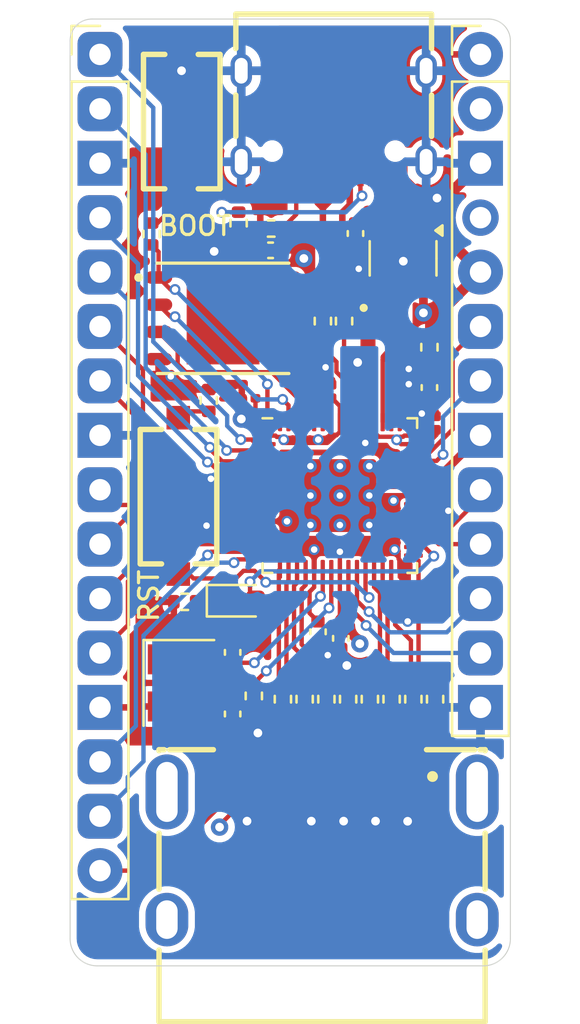
<source format=kicad_pcb>
(kicad_pcb (version 20240108) (generator "pcbnew") (generator_version "8.0")
  (layers (0 "F.Cu" signal) (1 "In1.Cu" signal) (2 "In2.Cu" signal) (31 "B.Cu" signal) (34 "B.Paste" user) (35 "F.Paste" user) (36 "B.SilkS" user "B.Silkscreen") (37 "F.SilkS" user "F.Silkscreen") (38 "B.Mask" user) (39 "F.Mask" user) (44 "Edge.Cuts" user))
  (net 0 "")
  (net 1 "GND")
  (net 2 "+5V")
  (net 3 "+3V3")
  (net 4 "/XIN")
  (net 5 "Net-(C4-Pad1)")
  (net 6 "+1V1")
  (net 7 "/VREG_AVDD")
  (net 8 "Net-(D1-K)")
  (net 9 "Net-(J1-CC2)")
  (net 11 "Net-(J1-CC1)")
  (net 12 "DM")
  (net 14 "DP")
  (net 15 "Net-(J2-D1+)")
  (net 17 "Net-(J2-D0-)")
  (net 19 "/HDMI_5V")
  (net 20 "Net-(J2-D0+)")
  (net 21 "Net-(J2-D2+)")
  (net 22 "Net-(J2-D2-)")
  (net 25 "Net-(J2-D1-)")
  (net 26 "Net-(J2-CK+)")
  (net 27 "Net-(J2-CK-)")
  (net 28 "/SWCLK")
  (net 29 "/SWD")
  (net 30 "/GPIO9")
  (net 31 "/GPIO8")
  (net 32 "/VREG_LX")
  (net 33 "/XOUT")
  (net 34 "/QSPI_SS")
  (net 35 "/~{USB_BOOT}")
  (net 36 "Net-(U1-USB_DP)")
  (net 37 "Net-(U1-USB_DM)")
  (net 38 "/GPIO12")
  (net 39 "/GPIO13")
  (net 40 "/GPIO14")
  (net 41 "/GPIO15")
  (net 42 "/GPIO16")
  (net 43 "/GPIO17")
  (net 44 "/GPIO18")
  (net 45 "/GPIO19")
  (net 46 "/RUN")
  (net 47 "/GPIO4")
  (net 48 "/GPIO6")
  (net 49 "/QSPI_SCLK")
  (net 50 "/GPIO1")
  (net 51 "/QSPI_SD3")
  (net 52 "/QSPI_SD1")
  (net 53 "/GPIO3")
  (net 54 "/GPIO7")
  (net 55 "/GPIO5")
  (net 56 "/QSPI_SD2")
  (net 58 "/GPIO2")
  (net 60 "/QSPI_SD0")
  (net 61 "/GPIO0")
  (net 63 "Net-(BTN2-Pad1)")
  (net 64 "/GPIO29_ADC3")
  (net 65 "GPIO20")
  (net 66 "/GPIO10")
  (net 67 "/GPIO11")
  (net 68 "/GPIO27_ADC1")
  (net 69 "/GPIO26_ADC0")
  (net 70 "/GPIO22")
  (net 71 "/GPIO23")
  (net 72 "/GPIO28_ADC2")
  (net 73 "/HDMI_HPD")
  (footprint "components:WSON-8_L6.0-W5.0-P1.27-BL-EP" (layer "F.Cu") (at 81.95 111.379 -90)
    (property "Reference" "U3" (hide yes))
    (property "Value" "W25Q32JV" (hide yes))
  )
  (footprint "RP2350_60QFN_minimal:C_0402_1005Metric_small_pads" (layer "F.Cu") (at 89.4264 114.7064)
    (property "Reference" "C6" (hide yes))
    (property "Value" "4.7u")
  )
  (footprint "components:SW-SMD_HX-TS-1101-C-W" (layer "F.Cu") (at 79.8576 119.667 -90)
    (property "Reference" "BTN2" (hide yes))
    (property "Value" "RST")
  )
  (footprint "Resistor_SMD:R_0402_1005Metric" (layer "F.Cu") (at 85.7626 129.157 -90)
    (property "Reference" "R13" (hide yes))
    (property "Value" "270R")
  )
  (footprint "Capacitor_SMD:C_0201_0603Metric" (layer "F.Cu") (at 91.9226 116.2664 90)
    (property "Reference" "C17" (hide yes))
    (property "Value" "100n")
  )
  (footprint "Capacitor_SMD:C_0201_0603Metric" (layer "F.Cu") (at 82.5098 120.9294 180)
    (property "Reference" "C15" (hide yes))
    (property "Value" "100n")
  )
  (footprint "Resistor_SMD:R_0402_1005Metric" (layer "F.Cu") (at 82.677 106.934 -90)
    (property "Reference" "R1" (hide yes))
    (property "Value" "5.1k")
  )
  (footprint "Resistor_SMD:R_0402_1005Metric" (layer "F.Cu") (at 84.199 107.188 180)
    (property "Reference" "R2" (hide yes))
    (property "Value" "5.1k")
  )
  (footprint "Capacitor_SMD:C_0201_0603Metric" (layer "F.Cu") (at 90.5764 124.5722 -90)
    (property "Reference" "C16" (hide yes))
    (property "Value" "100n")
  )
  (footprint "Capacitor_SMD:C_0402_1005Metric" (layer "F.Cu") (at 88.138 107.4192 -90)
    (property "Reference" "C1" (hide yes))
    (property "Value" "10uF")
  )
  (footprint "Resistor_SMD:R_0402_1005Metric" (layer "F.Cu") (at 86.7786 129.157 -90)
    (property "Reference" "R14" (hide yes))
    (property "Value" "270R")
  )
  (footprint "components:SW-SMD_HX-TS-1101-C-W" (layer "F.Cu") (at 80.01 102.1588 -90)
    (property "Reference" "BTN1" (hide yes))
    (property "Value" "BOOT")
  )
  (footprint "Capacitor_SMD:C_0201_0603Metric" (layer "F.Cu") (at 87.0458 114.7932 90)
    (property "Reference" "C12" (hide yes))
    (property "Value" "100n")
  )
  (footprint "RP2350_60QFN_minimal:C_0402_1005Metric_small_pads" (layer "F.Cu") (at 89.4264 113.792)
    (property "Reference" "C7" (hide yes))
    (property "Value" "4.7u")
  )
  (footprint "Capacitor_SMD:C_0402_1005Metric" (layer "F.Cu") (at 87.4522 126.3168 -90)
    (property "Reference" "C10" (hide yes))
    (property "Value" "4.7u")
  )
  (footprint "components:HDMI-SMD_KH-HDMI-19P-CU" (layer "F.Cu") (at 86.5776 136.086)
    (property "Reference" "J2" (hide yes))
    (property "Value" "HDMI_A" (hide yes))
  )
  (footprint "Resistor_SMD:R_0402_1005Metric" (layer "F.Cu") (at 81.28 115.2124 90)
    (property "Reference" "R4" (hide yes))
    (property "Value" "1k")
  )
  (footprint "Capacitor_SMD:C_0402_1005Metric" (layer "F.Cu") (at 91.593 114.61 -90)
    (property "Reference" "C9" (hide yes))
    (property "Value" "4.7u")
  )
  (footprint "Capacitor_SMD:C_0201_0603Metric" (layer "F.Cu") (at 91.948 120.2838 -90)
    (property "Reference" "C14" (hide yes))
    (property "Value" "100n")
  )
  (footprint "Resistor_SMD:R_0402_1005Metric" (layer "F.Cu") (at 83.3882 129.0046 -90)
    (property "Reference" "R3" (hide yes))
    (property "Value" "1k")
  )
  (footprint "Capacitor_SMD:C_0201_0603Metric" (layer "F.Cu") (at 83.1448 115.1128 180)
    (property "Reference" "C13" (hide yes))
    (property "Value" "100n")
  )
  (footprint "Resistor_SMD:R_0402_1005Metric" (layer "F.Cu") (at 86.614 111.508 -90)
    (property "Reference" "R7" (hide yes))
    (property "Value" "27")
  )
  (footprint "Resistor_SMD:R_0402_1005Metric" (layer "F.Cu") (at 87.7946 129.157 -90)
    (property "Reference" "R15" (hide yes))
    (property "Value" "270R")
  )
  (footprint "Connector_PinHeader_2.54mm:PinHeader_1x15_P2.54mm_Vertical" (layer "F.Cu") (at 76.2 99.06)
    (property "Reference" "J3" (hide yes))
    (property "Value" "Conn_01x16")
  )
  (footprint "LED_SMD:LED_0603_1608Metric" (layer "F.Cu") (at 82.6769 124.5616)
    (property "Reference" "D1" (hide yes))
    (property "Value" "KT-0603R")
  )
  (footprint "Capacitor_SMD:C_0201_0603Metric" (layer "F.Cu") (at 82.5098 118.9228 180)
    (property "Reference" "C8" (hide yes))
    (property "Value" "100n")
  )
  (footprint "Resistor_SMD:R_0402_1005Metric" (layer "F.Cu") (at 80.1604 124.6124 180)
    (property "Reference" "R9" (hide yes))
    (property "Value" "1k")
  )
  (footprint "Resistor_SMD:R_0402_1005Metric" (layer "F.Cu") (at 78.613 107.442 90)
    (property "Reference" "R6" (hide yes))
    (property "Value" "1k")
  )
  (footprint "Resistor_SMD:R_0402_1005Metric" (layer "F.Cu") (at 88.8106 129.157 -90)
    (property "Reference" "R16" (hide yes))
    (property "Value" "270R")
  )
  (footprint "Resistor_SMD:R_0402_1005Metric" (layer "F.Cu") (at 91.8586 129.157 -90)
    (property "Reference" "R19" (hide yes))
    (property "Value" "270R")
  )
  (footprint "Resistor_SMD:R_0402_1005Metric" (layer "F.Cu") (at 89.8266 129.157 -90)
    (property "Reference" "R17" (hide yes))
    (property "Value" "270R")
  )
  (footprint "Resistor_SMD:R_0402_1005Metric" (layer "F.Cu") (at 91.593 112.7278 -90)
    (property "Reference" "R5" (hide yes))
    (property "Value" "33")
  )
  (footprint "Capacitor_SMD:C_0402_1005Metric" (layer "F.Cu") (at 84.171 108.204 180)
    (property "Reference" "C5" (hide yes))
    (property "Value" "10uF")
  )
  (footprint "Crystal:Crystal_SMD_3225-4Pin_3.2x2.5mm" (layer "F.Cu") (at 79.883 128.397 -90)
    (property "Reference" "Y1" (hide yes))
    (property "Value" "ABM8-272-T3")
  )
  (footprint "Capacitor_SMD:C_0402_1005Metric" (layer "F.Cu") (at 86.3854 126.012 -90)
    (property "Reference" "C18" (hide yes))
    (property "Value" "4.7u")
  )
  (footprint "Capacitor_SMD:C_0402_1005Metric" (layer "F.Cu") (at 82.3976 129.8474 -90)
    (property "Reference" "C4" (hide yes))
    (property "Value" "15p")
  )
  (footprint "components:TYPE-C-SMD_MC-107DJ" (layer "F.Cu") (at 87.12 102.231 180)
    (property "Reference" "J1" (hide yes))
    (property "Value" "USB-C" (hide yes))
  )
  (footprint "Capacitor_SMD:C_0201_0603Metric" (layer "F.Cu") (at 91.948 118.836 90)
    (property "Reference" "C11" (hide yes))
    (property "Value" "100n")
  )
  (footprint "Capacitor_SMD:C_0402_1005Metric" (layer "F.Cu") (at 82.3976 126.972 90)
    (property "Reference" "C3" (hide yes))
    (property "Value" "15p")
  )
  (footprint "Package_TO_SOT_SMD:SOT-23-5" (layer "F.Cu") (at 90.363 108.5795 -90)
    (property "Reference" "U2" (hide yes))
    (property "Value" "AP2112K-3.3" (hide yes))
  )
  (footprint "Connector_PinHeader_2.54mm:PinHeader_1x15_P2.54mm_Vertical" (layer "F.Cu") (at 93.98 99.06)
    (property "Reference" "J5" (hide yes))
    (property "Value" "Conn_01x13")
  )
  (footprint "Resistor_SMD:R_0402_1005Metric" (layer "F.Cu") (at 90.8426 129.157 -90)
    (property "Reference" "R18" (hide yes))
    (property "Value" "270R")
  )
  (footprint "RP2350_60QFN_minimal:L_pol_2016" (layer "F.Cu") (at 89.4222 112.1918)
    (property "Reference" "L1" (hide yes))
    (property "Value" "3.3u")
  )
  (footprint "Resistor_SMD:R_0402_1005Metric" (layer "F.Cu") (at 84.7466 129.157 -90)
    (property "Reference" "R12" (hide yes))
    (property "Value" "270R")
  )
  (footprint "Resistor_SMD:R_0402_1005Metric" (layer "F.Cu") (at 87.6046 111.508 -90)
    (property "Reference" "R8" (hide yes))
    (property "Value" "27")
  )
  (footprint "RP2350_60QFN_minimal:RP2350-QFN-60-1EP_7x7_P0.4mm_EP3.4x3.4mm_ThermalVias" (layer "F.Cu") (at 87.408 119.653499)
    (property "Reference" "U1" (hide yes))
    (property "Value" "RP2350_60QFN")
  )
  (gr_line (start 94.107 141.605) (end 76.073 141.605) (stroke (width 0.05)) (layer "Edge.Cuts"))
  (gr_line (start 74.803 140.335) (end 74.803 98.425) (stroke (width 0.05)) (layer "Edge.Cuts"))
  (gr_arc (start 95.377 140.335) (mid 95.005026 141.233026) (end 94.107 141.605) (stroke (width 0.05)) (layer "Edge.Cuts"))
  (gr_arc (start 76.073 141.605) (mid 75.174974 141.233026) (end 74.803 140.335) (stroke (width 0.05)) (layer "Edge.Cuts"))
  (gr_arc (start 94.361 97.409) (mid 95.07942 97.70658) (end 95.377 98.425) (stroke (width 0.05)) (layer "Edge.Cuts"))
  (gr_line (start 95.377 98.425) (end 95.377 140.335) (stroke (width 0.05)) (layer "Edge.Cuts"))
  (gr_arc (start 74.803 98.425) (mid 75.10058 97.70658) (end 75.819 97.409) (stroke (width 0.05)) (layer "Edge.Cuts"))
  (gr_line (start 75.819 97.409) (end 94.361 97.409) (stroke (width 0.05)) (layer "Edge.Cuts"))
  (segment (start 87.0458 114.254177) (end 87.0458 114.4732) (width 0.3048) (layer "F.Cu") (net 1))
  (segment (start 82.8248 116.0572) (end 82.804 116.078) (width 0.508) (layer "F.Cu") (net 1))
  (segment (start 82.8248 115.1128) (end 82.8248 116.0572) (width 0.508) (layer "F.Cu") (net 1))
  (segment (start 89.0746 134.8486) (end 89.0746 132.7842) (width 0.3048) (layer "F.Cu") (net 1))
  (segment (start 81.4356 118.9228) (end 81.3816 118.8688) (width 0.3048) (layer "F.Cu") (net 1))
  (segment (start 83.0776 134.7904) (end 83.0776 132.726) (width 0.3048) (layer "F.Cu") (net 1))
  (segment (start 90.363 107.442) (end 90.363 108.7018) (width 0.508) (layer "F.Cu") (net 1))
  (segment (start 90.5746 134.855) (end 90.5746 132.7906) (width 0.3048) (layer "F.Cu") (net 1))
  (segment (start 90.32 104.8488) (end 90.9828 105.5116) (width 0.508) (layer "F.Cu") (net 1))
  (segment (start 89.808 116.215999) (end 89.808 114.8398) (width 0.2032) (layer "F.Cu") (net 1))
  (segment (start 80.01 99.822) (end 80.01 98.5088) (width 0.508) (layer "F.Cu") (net 1))
  (segment (start 86.0746 134.8486) (end 86.0746 132.7842) (width 0.3048) (layer "F.Cu") (net 1))
  (segment (start 86.741 113.665) (end 86.741 113.949377) (width 0.3048) (layer "F.Cu") (net 1))
  (segment (start 83.433 107.444) (end 83.689 107.188) (width 0.3048) (layer "F.Cu") (net 1))
  (segment (start 93.98 104.14) (end 92.71 105.41) (width 0.508) (layer "F.Cu") (net 1))
  (segment (start 83.0776 131.2344) (end 83.0776 132.726) (width 0.3048) (layer "F.Cu") (net 1))
  (segment (start 90.5764 125.5268) (end 90.5764 124.8922) (width 0.3048) (layer "F.Cu") (net 1))
  (segment (start 86.741 113.949377) (end 87.0458 114.254177) (width 0.3048) (layer "F.Cu") (net 1))
  (segment (start 92.235875 120.6038) (end 92.478166 120.361509) (width 0.4064) (layer "F.Cu") (net 1))
  (segment (start 82.677 107.444) (end 83.433 107.444) (width 0.3048) (layer "F.Cu") (net 1))
  (segment (start 83.0702 134.7978) (end 83.0776 134.7904) (width 0.2032) (layer "F.Cu") (net 1))
  (segment (start 90.32 104.639) (end 90.32 104.8488) (width 0.508) (layer "F.Cu") (net 1))
  (segment (start 83.5782 130.7338) (end 83.0776 131.2344) (width 0.3048) (layer "F.Cu") (net 1))
  (segment (start 82.1898 118.9228) (end 81.4356 118.9228) (width 0.3048) (layer "F.Cu") (net 1))
  (segment (start 90.363 108.7018) (end 90.3732 108.712) (width 0.508) (layer "F.Cu") (net 1))
  (segment (start 88.138 108.9152) (end 88.2904 109.0676) (width 0.508) (layer "F.Cu") (net 1))
  (segment (start 93.98 116.84) (end 92.304 118.516) (width 0.381) (layer "F.Cu") (net 1))
  (segment (start 91.948 120.6038) (end 92.235875 120.6038) (width 0.4064) (layer "F.Cu") (net 1))
  (segment (start 88.138 107.8992) (end 88.138 108.9152) (width 0.508) (layer "F.Cu") (net 1))
  (segment (start 92.304 118.516) (end 91.948 118.516) (width 0.381) (layer "F.Cu") (net 1))
  (segment (start 87.5846 134.8486) (end 87.5846 132.7842) (width 0.3048) (layer "F.Cu") (net 1))
  (segment (start 89.808 114.8398) (end 89.9414 114.7064) (width 0.2032) (layer "F.Cu") (net 1))
  (segment (start 81.1784 121.0564) (end 81.3054 120.9294) (width 0.3048) (layer "F.Cu") (net 1))
  (segment (start 83.0702 134.8486) (end 83.0702 134.7978) (width 0.2032) (layer "F.Cu") (net 1))
  (segment (start 93.98 116.914771) (end 93.98 116.84) (width 0.508) (layer "F.Cu") (net 1))
  (segment (start 81.3054 120.9294) (end 82.1898 120.9294) (width 0.3048) (layer "F.Cu") (net 1))
  (via (at 91.948 105.7656) (size 0.8128) (drill 0.4064) (layers "F.Cu" "B.Cu") (net 1))
  (via (at 87.7316 127.5842) (size 0.8128) (drill 0.4064) (layers "F.Cu" "B.Cu") (net 1))
  (via (at 91.2368 115.824) (size 0.508) (drill 0.3048) (layers "F.Cu" "B.Cu") (net 1))
  (via (at 90.3732 108.712) (size 0.8128) (drill 0.4064) (layers "F.Cu" "B.Cu") (net 1))
  (via (at 86.0746 134.8486) (size 0.8128) (drill 0.4064) (layers "F.Cu" "B.Cu") (net 1))
  (via (at 87.5846 134.8486) (size 0.8128) (drill 0.4064) (layers "F.Cu" "B.Cu") (net 1))
  (via (at 83.5782 130.7338) (size 0.8128) (drill 0.4064) (layers "F.Cu" "B.Cu") (net 1))
  (via (at 89.0746 134.8486) (size 0.8128) (drill 0.4064) (layers "F.Cu" "B.Cu") (net 1))
  (via (at 81.534 108.2548) (size 0.8128) (drill 0.4064) (layers "F.Cu" "B.Cu") (net 1))
  (via (at 90.6272 113.7412) (size 0.508) (drill 0.3048) (layers "F.Cu" "B.Cu") (net 1))
  (via (at 80.01 99.822) (size 0.8128) (drill 0.4064) (layers "F.Cu" "B.Cu") (net 1))
  (via (at 81.3816 118.8688) (size 0.508) (drill 0.3048) (layers "F.Cu" "B.Cu") (net 1))
  (via (at 88.2904 109.0676) (size 0.508) (drill 0.3048) (layers "F.Cu" "B.Cu") (net 1))
  (via (at 82.804 116.078) (size 0.8128) (drill 0.4064) (layers "F.Cu" "B.Cu") (net 1))
  (via (at 90.6272 114.4524) (size 0.508) (drill 0.3048) (layers "F.Cu" "B.Cu") (net 1))
  (via (at 90.5746 134.855) (size 0.8128) (drill 0.4064) (layers "F.Cu" "B.Cu") (net 1))
  (via (at 79.50915 114.08965) (size 0.508) (drill 0.3048) (layers "F.Cu" "B.Cu") (net 1))
  (via (at 86.741 113.665) (size 0.508) (drill 0.3048) (layers "F.Cu" "B.Cu") (net 1))
  (via (at 90.5764 125.5268) (size 0.508) (drill 0.3048) (layers "F.Cu" "B.Cu") (net 1))
  (via (at 92.478166 120.361509) (size 0.508) (drill 0.3048) (layers "F.Cu" "B.Cu") (net 1))
  (via (at 81.1784 121.0564) (size 0.508) (drill 0.3048) (layers "F.Cu" "B.Cu") (net 1))
  (via (at 83.0702 134.8486) (size 0.8128) (drill 0.4064) (layers "F.Cu" "B.Cu") (net 1))
  (via (at 86.8426 127.1016) (size 0.508) (drill 0.3048) (layers "F.Cu" "B.Cu") (net 1))
  (segment (start 89.52 104.639) (end 89.3394 104.4584) (width 0.3048) (layer "F.Cu") (net 2))
  (segment (start 85.1408 103.5812) (end 85.5166 103.2054) (width 0.508) (layer "F.Cu") (net 2))
  (segment (start 89.52 105.914726) (end 89.978374 106.3731) (width 0.508) (layer "F.Cu") (net 2))
  (segment (start 89.3394 104.4584) (end 89.3394 103.8174) (width 0.3048) (layer "F.Cu") (net 2))
  (segment (start 90.906599 106.3731) (end 89.978374 106.3731) (width 0.508) (layer "F.Cu") (net 2))
  (segment (start 84.9006 103.8214) (end 84.9006 104.4584) (width 0.3048) (layer "F.Cu") (net 2))
  (segment (start 89.978374 106.3731) (end 89.4588 106.3731) (width 0.508) (layer "F.Cu") (net 2))
  (segment (start 89.2121 106.3731) (end 89.21 106.3752) (width 0.508) (layer "F.Cu") (net 2))
  (segment (start 89.413 107.442) (end 89.413 106.4189) (width 0.2032) (layer "F.Cu") (net 2))
  (segment (start 89.4588 106.3731) (end 89.2121 106.3731) (width 0.508) (layer "F.Cu") (net 2))
  (segment (start 91.313 106.779501) (end 90.906599 106.3731) (width 0.508) (layer "F.Cu") (net 2))
  (segment (start 91.313 107.442) (end 91.313 106.779501) (width 0.508) (layer "F.Cu") (net 2))
  (segment (start 85.1408 103.5812) (end 84.9006 103.8214) (width 0.3048) (layer "F.Cu") (net 2))
  (segment (start 84.9006 104.4584) (end 84.72 104.639) (width 0.3048) (layer "F.Cu") (net 2))
  (segment (start 88.7274 103.2054) (end 89.154 103.632) (width 0.508) (layer "F.Cu") (net 2))
  (segment (start 89.21 106.3752) (end 88.702 106.3752) (width 0.508) (layer "F.Cu") (net 2))
  (segment (start 88.702 106.3752) (end 88.138 106.9392) (width 0.508) (layer "F.Cu") (net 2))
  (segment (start 89.3394 103.8174) (end 89.154 103.632) (width 0.3048) (layer "F.Cu") (net 2))
  (segment (start 89.52 104.639) (end 89.52 105.914726) (width 0.508) (layer "F.Cu") (net 2))
  (segment (start 89.413 106.4189) (end 89.4588 106.3731) (width 0.2032) (layer "F.Cu") (net 2))
  (segment (start 85.5166 103.2054) (end 88.7274 103.2054) (width 0.508) (layer "F.Cu") (net 2))
  (segment (start 83.9705 120.8535) (end 82.9057 120.8535) (width 0.2032) (layer "F.Cu") (net 3))
  (segment (start 87.008 116.215999) (end 87.008 116.827) (width 0.2032) (layer "F.Cu") (net 3))
  (segment (start 91.486009 117.253499) (end 91.9226 116.816908) (width 0.2032) (layer "F.Cu") (net 3))
  (segment (start 90.417211 116.853499) (end 90.845501 116.853499) (width 0.2032) (layer "F.Cu") (net 3))
  (segment (start 84.46149 116.9162) (end 84.398789 116.853499) (width 0.2032) (layer "F.Cu") (net 3))
  (segment (start 83.970499 116.853499) (end 83.604899 116.853499) (width 0.2032) (layer "F.Cu") (net 3))
  (segment (start 90.075499 117.061327) (end 90.075499 117.195211) (width 0.2032) (layer "F.Cu") (net 3))
  (segment (start 84.785641 117.041339) (end 84.660502 116.9162) (width 0.2032) (layer "F.Cu") (net 3))
  (segment (start 90.845501 119.653499) (end 91.637699 119.653499) (width 0.2032) (layer "F.Cu") (net 3))
  (segment (start 89.230694 116.907499) (end 89.921671 116.907499) (width 0.2032) (layer "F.Cu") (net 3))
  (segment (start 89.008 116.215999) (end 89.008 116.684805) (width 0.2032) (layer "F.Cu") (net 3))
  (segment (start 90.208 122.66271) (end 90.154001 122.608711) (width 0.2032) (layer "F.Cu") (net 3))
  (segment (start 85.992 124.145766) (end 85.992 125.1386) (width 0.2032) (layer "F.Cu") (net 3))
  (segment (start 91.9226 116.816908) (end 91.9226 116.5864) (width 0.2032) (layer "F.Cu") (net 3))
  (segment (start 92.456 107.696) (end 93.98 109.22) (width 0.508) (layer "F.Cu") (net 3))
  (segment (start 86.207999 123.090999) (end 86.207999 123.929767) (width 0.2032) (layer "F.Cu") (net 3))
  (segment (start 91.5674 116.5864) (end 91.9226 116.5864) (width 0.2032) (layer "F.Cu") (net 3))
  (segment (start 91.637699 119.653499) (end 91.948 119.9638) (width 0.2032) (layer "F.Cu") (net 3))
  (segment (start 90.208 123.091) (end 90.208 122.66271) (width 0.2032) (layer "F.Cu") (net 3))
  (segment (start 82.9057 120.8535) (end 82.8298 120.9294) (width 0.2032) (layer "F.Cu") (net 3))
  (segment (start 90.06317 117.048998) (end 90.20467 116.907498) (width 0.2032) (layer "F.Cu") (net 3))
  (segment (start 89.008 114.803) (end 88.9114 114.7064) (width 0.2032) (layer "F.Cu") (net 3))
  (segment (start 87.008 116.215999) (end 87.008 115.151) (width 0.2032) (layer "F.Cu") (net 3))
  (segment (start 87.408 115.4754) (end 87.0458 115.1132) (width 0.2032) (layer "F.Cu") (net 3))
  (segment (start 90.8455 117.253499) (end 91.486009 117.253499) (width 0.2032) (layer "F.Cu") (net 3))
  (segment (start 90.20467 116.907498) (end 90.363212 116.907498) (width 0.2032) (layer "F.Cu") (net 3))
  (segment (start 91.299501 116.853499) (end 91.567 116.586) (width 0.2032) (layer "F.Cu") (net 3))
  (segment (start 89.008 116.684805) (end 89.230694 116.907499) (width 0.2032) (layer "F.Cu") (net 3))
  (segment (start 87.408 116.215998) (end 87.408 115.4754) (width 0.2032) (layer "F.Cu") (net 3))
  (segment (start 83.4648 116.7134) (end 83.4648 115.1128) (width 0.2032) (layer "F.Cu") (net 3))
  (segment (start 83.604899 116.853499) (end 83.4648 116.7134) (width 0.2032) (layer "F.Cu") (net 3))
  (segment (start 91.567 116.586) (end 91.5674 116.5864) (width 0.2032) (layer "F.Cu") (net 3))
  (segment (start 90.363212 116.907498) (end 90.417211 116.853499) (width 0.2032) (layer "F.Cu") (net 3))
  (segment (start 86.207999 123.929767) (end 85.992 124.145766) (width 0.2032) (layer "F.Cu") (net 3))
  (segment (start 84.660502 116.9162) (end 84.46149 116.9162) (width 0.2032) (layer "F.Cu") (net 3))
  (segment (start 90.06317 117.048998) (end 90.075499 117.061327) (width 0.2032) (layer "F.Cu") (net 3))
  (segment (start 85.992 125.1386) (end 86.3854 125.532) (width 0.2032) (layer "F.Cu") (net 3))
  (segment (start 90.437499 116.853499) (end 90.845501 116.853499) (width 0.2032) (layer "F.Cu") (net 3))
  (segment (start 87.008 115.151) (end 87.0458 115.1132) (width 0.2032) (layer "F.Cu") (net 3))
  (segment (start 93.98 109.22) (end 92.329 110.871) (width 0.508) (layer "F.Cu") (net 3))
  (segment (start 90.06317 117.048998) (end 89.921671 116.907499) (width 0.2032) (layer "F.Cu") (net 3))
  (segment (start 82.8549 120.8535) (end 82.8298 120.8786) (width 0.2032) (layer "F.Cu") (net 3))
  (segment (start 90.267671 117.253499) (end 90.8455 117.253499) (width 0.2032) (layer "F.Cu") (net 3))
  (segment (start 90.845501 116.853499) (end 91.299501 116.853499) (width 0.2032) (layer "F.Cu") (net 3))
  (segment (start 90.06317 117.048998) (end 90.267671 117.253499) (width 0.2032) (layer "F.Cu") (net 3))
  (segment (start 89.008 116.215999) (end 89.008 114.803) (width 0.2032) (layer "F.Cu") (net 3))
  (segment (start 84.398789 116.853499) (end 83.970499 116.853499) (width 0.2032) (layer "F.Cu") (net 3))
  (segment (start 87.408 116.215998) (end 87.408 116.681) (width 0.2032) (layer "F.Cu") (net 3))
  (segment (start 87.408 116.681) (end 87.249 116.84) (width 0.2032) (layer "F.Cu") (net 3))
  (segment (start 90.154001 122.608711) (end 90.154001 122.361201) (width 0.2032) (layer "F.Cu") (net 3))
  (segment (start 90.154001 122.361201) (end 89.9668 122.174) (width 0.2032) (layer "F.Cu") (net 3))
  (via (at 89.9668 122.174) (size 0.508) (drill 0.3048) (layers "F.Cu" "B.Cu") (net 3))
  (via (at 90.06317 117.048998) (size 0.508) (drill 0.3048) (layers "F.Cu" "B.Cu") (net 3))
  (via (at 86.2076 122.174) (size 0.508) (drill 0.3048) (layers "F.Cu" "B.Cu") (net 3))
  (via (at 86.397219 117.038967) (size 0.508) (drill 0.3048) (layers "F.Cu" "B.Cu") (net 3))
  (via (at 91.313 111.125) (size 0.8128) (drill 0.4064) (layers "F.Cu" "B.Cu") (net 3))
  (via (at 85.725 108.585) (size 0.8128) (drill 0.4064) (layers "F.Cu" "B.Cu") (net 3))
  (via (at 84.9376 120.8532) (size 0.508) (drill 0.3048) (layers "F.Cu" "B.Cu") (net 3))
  (via (at 84.785641 117.041339) (size 0.508) (drill 0.3048) (layers "F.Cu" "B.Cu") (net 3))
  (via (at 89.916 119.888) (size 0.508) (drill 0.3048) (layers "F.Cu" "B.Cu") (net 3))
  (segment (start 86.394847 117.041339) (end 86.397219 117.038967) (width 0.508) (layer "B.Cu") (net 3))
  (segment (start 81.5022 128.251) (end 79.987 128.251) (width 0.2032) (layer "F.Cu") (net 4))
  (segment (start 83.4136 127.4572) (end 82.296 127.4572) (width 0.2032) (layer "F.Cu") (net 4))
  (segment (start 82.296 127.4572) (end 81.5022 128.251) (width 0.2032) (layer "F.Cu") (net 4))
  (segment (start 86.5 124.356187) (end 86.608 124.248187) (width 0.2032) (layer "F.Cu") (net 4))
  (segment (start 79.987 128.251) (end 79.033 127.297) (width 0.2032) (layer "F.Cu") (net 4))
  (segment (start 86.608 124.248187) (end 86.608 123.090999) (width 0.2032) (layer "F.Cu") (net 4))
  (via (at 83.4136 127.4572) (size 0.508) (drill 0.3048) (layers "F.Cu" "B.Cu") (net 4))
  (via (at 86.5 124.356187) (size 0.508) (drill 0.3048) (layers "F.Cu" "B.Cu") (net 4))
  (segment (start 86.5 124.3708) (end 86.5 124.356187) (width 0.2032) (layer "B.Cu") (net 4))
  (segment (start 83.4136 127.4572) (end 86.5 124.3708) (width 0.2032) (layer "B.Cu") (net 4))
  (segment (start 82.3976 129.3674) (end 83.241 129.3674) (width 0.2032) (layer "F.Cu") (net 5))
  (segment (start 81.452 128.778) (end 81.7574 128.778) (width 0.2032) (layer "F.Cu") (net 5))
  (segment (start 83.241 129.3674) (end 83.3882 129.5146) (width 0.2032) (layer "F.Cu") (net 5))
  (segment (start 80.733 129.497) (end 81.452 128.778) (width 0.2032) (layer "F.Cu") (net 5))
  (segment (start 81.7574 128.778) (end 82.3468 129.3674) (width 0.2032) (layer "F.Cu") (net 5))
  (segment (start 90.8455 119.253499) (end 91.850501 119.253499) (width 0.2032) (layer "F.Cu") (net 6))
  (segment (start 91.850501 119.253499) (end 91.948 119.156) (width 0.2032) (layer "F.Cu") (net 6))
  (segment (start 87.408 123.091) (end 87.408 125.3482) (width 0.2032) (layer "F.Cu") (net 6))
  (segment (start 87.408 122.2756) (end 87.408 123.091) (width 0.2032) (layer "F.Cu") (net 6))
  (segment (start 82.899101 118.853499) (end 82.8298 118.9228) (width 0.2032) (layer "F.Cu") (net 6))
  (segment (start 83.9705 118.853499) (end 82.899101 118.853499) (width 0.2032) (layer "F.Cu") (net 6))
  (via (at 88.3412 126.5682) (size 0.8128) (drill 0.4064) (layers "F.Cu" "B.Cu") (net 6))
  (via (at 88.2396 113.4364) (size 0.762) (drill 0.4064) (layers "F.Cu" "B.Cu") (net 6))
  (via (at 87.408 122.2756) (size 0.508) (drill 0.3048) (layers "F.Cu" "B.Cu") (net 6))
  (via (at 88.5952 117.1956) (size 0.508) (drill 0.3048) (layers "F.Cu" "B.Cu") (net 6))
  (segment (start 91.593 114.13) (end 91.593 114.21892) (width 0.2032) (layer "F.Cu") (net 7))
  (segment (start 91.593 113.2378) (end 91.593 114.13) (width 0.3048) (layer "F.Cu") (net 7))
  (segment (start 91.593 114.21892) (end 90.208 115.60392) (width 0.2032) (layer "F.Cu") (net 7))
  (segment (start 90.208 115.60392) (end 90.208 116.215998) (width 0.2032) (layer "F.Cu") (net 7))
  (segment (start 80.7212 124.5616) (end 80.6704 124.6124) (width 0.2032) (layer "F.Cu") (net 8))
  (segment (start 81.8894 124.5616) (end 80.7212 124.5616) (width 0.2032) (layer "F.Cu") (net 8))
  (segment (start 85.37 104.639) (end 85.37 106.527) (width 0.2032) (layer "F.Cu") (net 9))
  (segment (start 85.37 106.527) (end 84.709 107.188) (width 0.2032) (layer "F.Cu") (net 9))
  (segment (start 81.8896 106.426) (end 82.675 106.426) (width 0.2032) (layer "F.Cu") (net 11))
  (segment (start 88.37 104.639) (end 88.37 105.5912) (width 0.2032) (layer "F.Cu") (net 11))
  (segment (start 88.37 105.5912) (end 88.4428 105.664) (width 0.2032) (layer "F.Cu") (net 11))
  (segment (start 82.675 106.426) (end 82.677 106.424) (width 0.2032) (layer "F.Cu") (net 11))
  (via (at 81.8896 106.426) (size 0.508) (drill 0.3048) (layers "F.Cu" "B.Cu") (net 11))
  (via (at 88.4428 105.664) (size 0.508) (drill 0.3048) (layers "F.Cu" "B.Cu") (net 11))
  (segment (start 87.6808 106.426) (end 81.8896 106.426) (width 0.2032) (layer "B.Cu") (net 11))
  (segment (start 88.4428 105.664) (end 87.6808 106.426) (width 0.2032) (layer "B.Cu") (net 11))
  (segment (start 86.9152 103.7642) (end 86.87 103.8094) (width 0.3048) (layer "F.Cu") (net 12))
  (segment (start 87.87 104.639) (end 87.87 106.0844) (width 0.3048) (layer "F.Cu") (net 12))
  (segment (start 87.5232 106.4312) (end 87.5232 110.9166) (width 0.3048) (layer "F.Cu") (net 12))
  (segment (start 87.87 104.639) (end 87.87 103.8094) (width 0.3048) (layer "F.Cu") (net 12))
  (segment (start 87.8248 103.7642) (end 86.9152 103.7642) (width 0.3048) (layer "F.Cu") (net 12))
  (segment (start 87.5232 110.9166) (end 87.6046 110.998) (width 0.3048) (layer "F.Cu") (net 12))
  (segment (start 86.87 103.8094) (end 86.87 104.639) (width 0.3048) (layer "F.Cu") (net 12))
  (segment (start 87.87 103.8094) (end 87.8248 103.7642) (width 0.3048) (layer "F.Cu") (net 12))
  (segment (start 87.87 106.0844) (end 87.5232 106.4312) (width 0.3048) (layer "F.Cu") (net 12))
  (segment (start 87.37 105.4686) (end 87.37 104.639) (width 0.3048) (layer "F.Cu") (net 14))
  (segment (start 86.614 110.998) (end 86.614 106.2246) (width 0.3048) (layer "F.Cu") (net 14))
  (segment (start 86.614 106.2246) (end 87.37 105.4686) (width 0.3048) (layer "F.Cu") (net 14))
  (segment (start 86.614 106.2246) (end 86.37 105.9806) (width 0.3048) (layer "F.Cu") (net 14))
  (segment (start 86.37 105.9806) (end 86.37 104.639) (width 0.3048) (layer "F.Cu") (net 14))
  (segment (start 89.5776 129.916) (end 89.8266 129.667) (width 0.2032) (layer "F.Cu") (net 15))
  (segment (start 89.5776 132.726) (end 89.5776 129.916) (width 0.2032) (layer "F.Cu") (net 15))
  (segment (start 87.0776 129.966) (end 86.7786 129.667) (width 0.2032) (layer "F.Cu") (net 17))
  (segment (start 87.0776 132.726) (end 87.0776 129.966) (width 0.2032) (layer "F.Cu") (net 17))
  (segment (start 81.788 135.035426) (end 82.5776 134.245826) (width 0.2032) (layer "F.Cu") (net 19))
  (segment (start 81.788 135.128) (end 81.788 135.035426) (width 0.2032) (layer "F.Cu") (net 19))
  (segment (start 82.5776 134.245826) (end 82.5776 132.726) (width 0.2032) (layer "F.Cu") (net 19))
  (via (at 81.788 135.128) (size 0.8128) (drill 0.4064) (layers "F.Cu" "B.Cu") (net 19))
  (segment (start 88.0776 129.95) (end 87.7946 129.667) (width 0.2032) (layer "F.Cu") (net 20))
  (segment (start 88.0776 132.726) (end 88.0776 129.95) (width 0.2032) (layer "F.Cu") (net 20))
  (segment (start 91.0776 132.726) (end 91.0776 130.448) (width 0.2032) (layer "F.Cu") (net 21))
  (segment (start 91.0776 130.448) (end 91.8586 129.667) (width 0.2032) (layer "F.Cu") (net 21))
  (segment (start 90.0776 132.726) (end 90.0776 130.877) (width 0.2032) (layer "F.Cu") (net 22))
  (segment (start 90.0776 130.877) (end 90.8426 130.112) (width 0.2032) (layer "F.Cu") (net 22))
  (segment (start 90.8426 130.112) (end 90.8426 129.667) (width 0.2032) (layer "F.Cu") (net 22))
  (segment (start 88.5776 132.726) (end 88.5776 129.9) (width 0.2032) (layer "F.Cu") (net 25))
  (segment (start 88.5776 129.9) (end 88.8106 129.667) (width 0.2032) (layer "F.Cu") (net 25))
  (segment (start 85.7626 130.4078) (end 85.7626 129.667) (width 0.2032) (layer "F.Cu") (net 26))
  (segment (start 86.5776 132.726) (end 86.5776 131.2228) (width 0.2032) (layer "F.Cu") (net 26))
  (segment (start 86.5776 131.2228) (end 85.7626 130.4078) (width 0.2032) (layer "F.Cu") (net 26))
  (segment (start 85.5776 132.726) (end 85.5776 131.2228) (width 0.2032) (layer "F.Cu") (net 27))
  (segment (start 85.5776 131.2228) (end 84.7466 130.3918) (width 0.2032) (layer "F.Cu") (net 27))
  (segment (start 84.7466 130.3918) (end 84.7466 129.667) (width 0.2032) (layer "F.Cu") (net 27))
  (segment (start 88.632711 125.714933) (end 88.632711 125.647735) (width 0.2032) (layer "F.Cu") (net 28))
  (segment (start 88.632711 125.647735) (end 87.808 124.823024) (width 0.2032) (layer "F.Cu") (net 28))
  (segment (start 87.808 124.823024) (end 87.808 123.090999) (width 0.2032) (layer "F.Cu") (net 28))
  (via (at 88.632711 125.714933) (size 0.508) (drill 0.3048) (layers "F.Cu" "B.Cu") (net 28))
  (segment (start 88.632711 125.714933) (end 89.917778 127) (width 0.2032) (layer "B.Cu") (net 28))
  (segment (start 89.917778 127) (end 93.98 127) (width 0.2032) (layer "B.Cu") (net 28))
  (segment (start 88.208 123.090999) (end 88.208 124.562621) (width 0.2032) (layer "F.Cu") (net 29))
  (segment (start 88.208 124.562621) (end 88.714982 125.069603) (width 0.2032) (layer "F.Cu") (net 29))
  (segment (start 88.714982 125.069603) (end 88.773 125.069603) (width 0.2032) (layer "F.Cu") (net 29))
  (via (at 88.773 125.069603) (size 0.508) (drill 0.3048) (layers "F.Cu" "B.Cu") (net 29))
  (segment (start 89.738197 126.0348) (end 92.4052 126.0348) (width 0.2032) (layer "B.Cu") (net 29))
  (segment (start 92.4052 126.0348) (end 93.98 124.46) (width 0.2032) (layer "B.Cu") (net 29))
  (segment (start 88.773 125.069603) (end 89.738197 126.0348) (width 0.2032) (layer "B.Cu") (net 29))
  (segment (start 79.248 121.92) (end 77.504 123.664) (width 0.2032) (layer "F.Cu") (net 30))
  (segment (start 77.504 123.664) (end 77.504 125.696) (width 0.2032) (layer "F.Cu") (net 30))
  (segment (start 77.504 125.696) (end 76.2 127) (width 0.2032) (layer "F.Cu") (net 30))
  (segment (start 83.075496 121.92) (end 79.248 121.92) (width 0.2032) (layer "F.Cu") (net 30))
  (segment (start 83.9705 121.653499) (end 83.341997 121.653499) (width 0.2032) (layer "F.Cu") (net 30))
  (segment (start 83.341997 121.653499) (end 83.075496 121.92) (width 0.2032) (layer "F.Cu") (net 30))
  (segment (start 83.239103 121.253499) (end 82.928202 121.5644) (width 0.2032) (layer "F.Cu") (net 31))
  (segment (start 82.928202 121.5644) (end 79.0956 121.5644) (width 0.2032) (layer "F.Cu") (net 31))
  (segment (start 83.9705 121.253499) (end 83.239103 121.253499) (width 0.2032) (layer "F.Cu") (net 31))
  (segment (start 79.0956 121.5644) (end 76.2 124.46) (width 0.2032) (layer "F.Cu") (net 31))
  (segment (start 89.408 113.31723) (end 89.577015 113.148215) (width 0.2032) (layer "F.Cu") (net 32))
  (segment (start 89.5096 113.2078) (end 90.1222 112.522) (width 0.4064) (layer "F.Cu") (net 32))
  (segment (start 89.408 116.215999) (end 89.408 113.284) (width 0.2032) (layer "F.Cu") (net 32))
  (segment (start 83.9724 127.8382) (end 83.3374 128.4732) (width 0.2032) (layer "F.Cu") (net 33))
  (segment (start 86.9 124.89951) (end 87.008 124.79151) (width 0.2032) (layer "F.Cu") (net 33))
  (segment (start 83.3374 128.4732) (end 83.3374 128.4946) (width 0.2032) (layer "F.Cu") (net 33))
  (segment (start 87.008 124.79151) (end 87.008 123.090999) (width 0.2032) (layer "F.Cu") (net 33))
  (via (at 86.9 124.89951) (size 0.508) (drill 0.3048) (layers "F.Cu" "B.Cu") (net 33))
  (via (at 83.9724 127.8382) (size 0.508) (drill 0.3048) (layers "F.Cu" "B.Cu") (net 33))
  (segment (start 86.9 124.89951) (end 83.9724 127.82711) (width 0.2032) (layer "B.Cu") (net 33))
  (segment (start 83.9724 127.82711) (end 83.9724 127.8382) (width 0.2032) (layer "B.Cu") (net 33))
  (segment (start 78.937 109.474) (end 78.937 108.276) (width 0.2032) (layer "F.Cu") (net 34))
  (segment (start 84.0232 115.631198) (end 84.608 116.215998) (width 0.2032) (layer "F.Cu") (net 34))
  (segment (start 78.937 108.276) (end 78.613 107.952) (width 0.2032) (layer "F.Cu") (net 34))
  (segment (start 79.4958 110.0328) (end 78.937 109.474) (width 0.2032) (layer "F.Cu") (net 34))
  (segment (start 79.7052 110.0328) (end 79.4958 110.0328) (width 0.2032) (layer "F.Cu") (net 34))
  (segment (start 84.0232 114.4524) (end 84.0232 115.631198) (width 0.2032) (layer "F.Cu") (net 34))
  (via (at 84.0232 114.4524) (size 0.508) (drill 0.3048) (layers "F.Cu" "B.Cu") (net 34))
  (via (at 79.7052 110.0328) (size 0.508) (drill 0.3048) (layers "F.Cu" "B.Cu") (net 34))
  (segment (start 84.0232 114.4524) (end 84.0232 114.3508) (width 0.2032) (layer "B.Cu") (net 34))
  (segment (start 84.0232 114.3508) (end 79.7052 110.0328) (width 0.2032) (layer "B.Cu") (net 34))
  (segment (start 78.613 106.932) (end 78.8868 106.932) (width 0.2032) (layer "F.Cu") (net 35))
  (segment (start 78.8868 106.932) (end 80.01 105.8088) (width 0.2032) (layer "F.Cu") (net 35))
  (segment (start 87.249 113.882641) (end 87.249 113.411) (width 0.2032) (layer "F.Cu") (net 36))
  (segment (start 86.614 112.776) (end 86.614 112.018) (width 0.2032) (layer "F.Cu") (net 36))
  (segment (start 87.808 116.215999) (end 87.808 114.441641) (width 0.2032) (layer "F.Cu") (net 36))
  (segment (start 87.249 113.411) (end 86.614 112.776) (width 0.2032) (layer "F.Cu") (net 36))
  (segment (start 87.808 114.441641) (end 87.249 113.882641) (width 0.2032) (layer "F.Cu") (net 36))
  (segment (start 88.208 114.338747) (end 87.6046 113.735347) (width 0.2032) (layer "F.Cu") (net 37))
  (segment (start 88.208 116.215999) (end 88.208 114.338747) (width 0.2032) (layer "F.Cu") (net 37))
  (segment (start 87.6046 113.735347) (end 87.6046 112.018) (width 0.2032) (layer "F.Cu") (net 37))
  (segment (start 84.608 123.091) (end 84.5566 123.1424) (width 0.2032) (layer "F.Cu") (net 38))
  (segment (start 84.5566 128.457) (end 84.7466 128.647) (width 0.2032) (layer "F.Cu") (net 38))
  (segment (start 84.5566 123.1424) (end 84.5566 128.457) (width 0.2032) (layer "F.Cu") (net 38))
  (segment (start 84.9122 123.716884) (end 84.9122 127.7966) (width 0.2032) (layer "F.Cu") (net 39))
  (segment (start 84.9122 127.7966) (end 85.7626 128.647) (width 0.2032) (layer "F.Cu") (net 39))
  (segment (start 85.008 123.621084) (end 84.9122 123.716884) (width 0.2032) (layer "F.Cu") (net 39))
  (segment (start 85.008 123.090999) (end 85.008 123.621084) (width 0.2032) (layer "F.Cu") (net 39))
  (segment (start 85.408 123.090999) (end 85.408 123.723978) (width 0.2032) (layer "F.Cu") (net 40))
  (segment (start 85.2678 126.748374) (end 86.7786 128.259174) (width 0.2032) (layer "F.Cu") (net 40))
  (segment (start 85.2678 123.864178) (end 85.2678 126.748374) (width 0.2032) (layer "F.Cu") (net 40))
  (segment (start 85.408 123.723978) (end 85.2678 123.864178) (width 0.2032) (layer "F.Cu") (net 40))
  (segment (start 86.7786 128.259174) (end 86.7786 128.647) (width 0.2032) (layer "F.Cu") (net 40))
  (segment (start 85.808 123.826872) (end 85.6234 124.011472) (width 0.2032) (layer "F.Cu") (net 41))
  (segment (start 85.6234 124.011472) (end 85.6234 126.60108) (width 0.2032) (layer "F.Cu") (net 41))
  (segment (start 85.808 123.090999) (end 85.808 123.826872) (width 0.2032) (layer "F.Cu") (net 41))
  (segment (start 85.6234 126.60108) (end 87.66932 128.647) (width 0.2032) (layer "F.Cu") (net 41))
  (segment (start 87.66932 128.647) (end 87.7946 128.647) (width 0.2032) (layer "F.Cu") (net 41))
  (segment (start 89.008 123.925779) (end 89.281 124.198779) (width 0.2032) (layer "F.Cu") (net 42))
  (segment (start 89.008 123.090999) (end 89.008 123.925779) (width 0.2032) (layer "F.Cu") (net 42))
  (segment (start 89.281 124.198779) (end 89.281 128.1766) (width 0.2032) (layer "F.Cu") (net 42))
  (segment (start 89.281 128.1766) (end 88.8106 128.647) (width 0.2032) (layer "F.Cu") (net 42))
  (segment (start 89.6366 128.457) (end 89.8266 128.647) (width 0.2032) (layer "F.Cu") (net 43))
  (segment (start 89.408 123.822885) (end 89.6366 124.051485) (width 0.2032) (layer "F.Cu") (net 43))
  (segment (start 89.408 123.090999) (end 89.408 123.822885) (width 0.2032) (layer "F.Cu") (net 43))
  (segment (start 89.6366 124.051485) (end 89.6366 128.457) (width 0.2032) (layer "F.Cu") (net 43))
  (segment (start 90.7288 126.4158) (end 90.7288 128.5332) (width 0.2032) (layer "F.Cu") (net 44))
  (segment (start 89.9922 125.6792) (end 90.7288 126.4158) (width 0.2032) (layer "F.Cu") (net 44))
  (segment (start 89.808 123.090999) (end 89.808 123.719991) (width 0.2032) (layer "F.Cu") (net 44))
  (segment (start 90.7288 128.5332) (end 90.8426 128.647) (width 0.2032) (layer "F.Cu") (net 44))
  (segment (start 89.9922 123.904191) (end 89.9922 125.6792) (width 0.2032) (layer "F.Cu") (net 44))
  (segment (start 89.808 123.719991) (end 89.9922 123.904191) (width 0.2032) (layer "F.Cu") (net 44))
  (segment (start 91.0844 122.692398) (end 91.0844 127.8728) (width 0.2032) (layer "F.Cu") (net 45))
  (segment (start 90.845501 122.453499) (end 91.0844 122.692398) (width 0.2032) (layer "F.Cu") (net 45))
  (segment (start 91.0844 127.8728) (end 91.8586 128.647) (width 0.2032) (layer "F.Cu") (net 45))
  (segment (start 88.608001 124.244201) (end 88.773 124.4092) (width 0.2032) (layer "F.Cu") (net 46))
  (segment (start 83.420821 123.1646) (end 82.9056 123.1646) (width 0.2032) (layer "F.Cu") (net 46))
  (segment (start 82.9056 123.1646) (end 82.55 123.5202) (width 0.2032) (layer "F.Cu") (net 46))
  (segment (start 80.5688 123.5202) (end 80.3656 123.317) (width 0.2032) (layer "F.Cu") (net 46))
  (segment (start 88.608001 123.090999) (end 88.608001 124.244201) (width 0.2032) (layer "F.Cu") (net 46))
  (segment (start 83.947 123.698) (end 83.947 123.690779) (width 0.2032) (layer "F.Cu") (net 46))
  (segment (start 80.3656 123.317) (end 79.8576 123.317) (width 0.2032) (layer "F.Cu") (net 46))
  (segment (start 82.55 123.5202) (end 80.5688 123.5202) (width 0.2032) (layer "F.Cu") (net 46))
  (segment (start 83.947 123.690779) (end 83.420821 123.1646) (width 0.2032) (layer "F.Cu") (net 46))
  (via (at 83.947 123.698) (size 0.508) (drill 0.3048) (layers "F.Cu" "B.Cu") (net 46))
  (via (at 88.773 124.4092) (size 0.508) (drill 0.3048) (layers "F.Cu" "B.Cu") (net 46))
  (segment (start 88.0618 123.698) (end 88.773 124.4092) (width 0.2032) (layer "B.Cu") (net 46))
  (segment (start 83.947 123.698) (end 88.0618 123.698) (width 0.2032) (layer "B.Cu") (net 46))
  (segment (start 83.9705 119.253499) (end 83.232503 119.253499) (width 0.2032) (layer "F.Cu") (net 47))
  (segment (start 81.068494 119.3768) (end 78.2066 116.514906) (width 0.2032) (layer "F.Cu") (net 47))
  (segment (start 78.2066 113.7666) (end 76.2 111.76) (width 0.2032) (layer "F.Cu") (net 47))
  (segment (start 78.2066 116.514906) (end 78.2066 113.7666) (width 0.2032) (layer "F.Cu") (net 47))
  (segment (start 83.109202 119.3768) (end 81.068494 119.3768) (width 0.2032) (layer "F.Cu") (net 47))
  (segment (start 83.232503 119.253499) (end 83.109202 119.3768) (width 0.2032) (layer "F.Cu") (net 47))
  (segment (start 76.9112 120.0912) (end 76.2 119.38) (width 0.2032) (layer "F.Cu") (net 48))
  (segment (start 83.9705 120.053499) (end 83.932799 120.0912) (width 0.2032) (layer "F.Cu") (net 48))
  (segment (start 83.932799 120.0912) (end 76.9112 120.0912) (width 0.2032) (layer "F.Cu") (net 48))
  (segment (start 84.963 112.166461) (end 84.963 112.014) (width 0.2032) (layer "F.Cu") (net 49))
  (segment (start 86.207999 114.528999) (end 85.852 114.173) (width 0.2032) (layer "F.Cu") (net 49))
  (segment (start 85.852 113.512539) (end 85.855 113.509539) (width 0.2032) (layer "F.Cu") (net 49))
  (segment (start 85.852 114.173) (end 85.852 113.512539) (width 0.2032) (layer "F.Cu") (net 49))
  (segment (start 86.207999 116.215999) (end 86.207999 114.528999) (width 0.2032) (layer "F.Cu") (net 49))
  (segment (start 85.855 113.058461) (end 84.963 112.166461) (width 0.2032) (layer "F.Cu") (net 49))
  (segment (start 85.855 113.509539) (end 85.855 113.058461) (width 0.2032) (layer "F.Cu") (net 49))
  (segment (start 82.1182 117.545499) (end 83.291111 117.545499) (width 0.2032) (layer "F.Cu") (net 50))
  (segment (start 83.291111 117.545499) (end 83.399111 117.653499) (width 0.2032) (layer "F.Cu") (net 50))
  (segment (start 83.399111 117.653499) (end 83.9705 117.653499) (width 0.2032) (layer "F.Cu") (net 50))
  (via (at 82.1182 117.545499) (size 0.508) (drill 0.3048) (layers "F.Cu" "B.Cu") (net 50))
  (segment (start 78.3336 103.7336) (end 76.2 101.6) (width 0.2032) (layer "B.Cu") (net 50))
  (segment (start 82.1182 117.467779) (end 78.3336 113.683179) (width 0.2032) (layer "B.Cu") (net 50))
  (segment (start 78.3336 113.683179) (end 78.3336 103.7336) (width 0.2032) (layer "B.Cu") (net 50))
  (segment (start 82.1182 117.545499) (end 82.1182 117.467779) (width 0.2032) (layer "B.Cu") (net 50))
  (segment (start 86.5918 116.199799) (end 86.5918 114.4048) (width 0.2032) (layer "F.Cu") (net 51))
  (segment (start 86.2106 114.0236) (end 86.2106 112.8298) (width 0.2032) (layer "F.Cu") (net 51))
  (segment (start 86.5918 114.4048) (end 86.2106 114.0236) (width 0.2032) (layer "F.Cu") (net 51))
  (segment (start 85.855 112.4742) (end 85.855 111.636) (width 0.2032) (layer "F.Cu") (net 51))
  (segment (start 86.608 116.215999) (end 86.5918 116.199799) (width 0.2032) (layer "F.Cu") (net 51))
  (segment (start 86.2106 112.8298) (end 85.855 112.4742) (width 0.2032) (layer "F.Cu") (net 51))
  (segment (start 85.855 111.636) (end 84.963 110.744) (width 0.2032) (layer "F.Cu") (net 51))
  (segment (start 79.4958 111.3028) (end 78.937 110.744) (width 0.2032) (layer "F.Cu") (net 52))
  (segment (start 79.7052 111.3028) (end 79.4958 111.3028) (width 0.2032) (layer "F.Cu") (net 52))
  (segment (start 84.7344 115.1636) (end 85.008 115.4372) (width 0.2032) (layer "F.Cu") (net 52))
  (segment (start 85.008 115.4372) (end 85.008 116.215999) (width 0.2032) (layer "F.Cu") (net 52))
  (via (at 84.7344 115.1636) (size 0.508) (drill 0.3048) (layers "F.Cu" "B.Cu") (net 52))
  (via (at 79.7052 111.3028) (size 0.508) (drill 0.3048) (layers "F.Cu" "B.Cu") (net 52))
  (segment (start 84.7344 115.1636) (end 83.566 115.1636) (width 0.2032) (layer "B.Cu") (net 52))
  (segment (start 83.566 115.1636) (end 79.7052 111.3028) (width 0.2032) (layer "B.Cu") (net 52))
  (segment (start 81.224446 118.088588) (end 81.309388 118.088588) (width 0.2032) (layer "F.Cu") (net 53))
  (segment (start 81.674298 118.453498) (end 83.9705 118.453498) (width 0.2032) (layer "F.Cu") (net 53))
  (segment (start 81.309388 118.088588) (end 81.674298 118.453498) (width 0.2032) (layer "F.Cu") (net 53))
  (via (at 81.224446 118.088588) (size 0.508) (drill 0.3048) (layers "F.Cu" "B.Cu") (net 53))
  (segment (start 81.224446 118.088588) (end 77.504 114.368142) (width 0.2032) (layer "B.Cu") (net 53))
  (segment (start 77.504 110.524) (end 76.2 109.22) (width 0.2032) (layer "B.Cu") (net 53))
  (segment (start 77.504 114.368142) (end 77.504 110.524) (width 0.2032) (layer "B.Cu") (net 53))
  (segment (start 83.9705 120.453499) (end 77.666501 120.453499) (width 0.2032) (layer "F.Cu") (net 54))
  (segment (start 77.666501 120.453499) (end 76.2 121.92) (width 0.2032) (layer "F.Cu") (net 54))
  (segment (start 83.970499 119.653499) (end 83.335397 119.653499) (width 0.2032) (layer "F.Cu") (net 55))
  (segment (start 83.256496 119.7324) (end 80.9212 119.7324) (width 0.2032) (layer "F.Cu") (net 55))
  (segment (start 77.8002 115.9002) (end 76.2 114.3) (width 0.2032) (layer "F.Cu") (net 55))
  (segment (start 77.8002 116.6114) (end 77.8002 115.9002) (width 0.2032) (layer "F.Cu") (net 55))
  (segment (start 80.9212 119.7324) (end 77.8002 116.6114) (width 0.2032) (layer "F.Cu") (net 55))
  (segment (start 83.335397 119.653499) (end 83.256496 119.7324) (width 0.2032) (layer "F.Cu") (net 55))
  (segment (start 85.408 115.0752) (end 84.2264 113.8936) (width 0.2032) (layer "F.Cu") (net 56))
  (segment (start 79.829 113.5094) (end 79.829 112.906) (width 0.2032) (layer "F.Cu") (net 56))
  (segment (start 80.2132 113.8936) (end 79.829 113.5094) (width 0.2032) (layer "F.Cu") (net 56))
  (segment (start 84.2264 113.8936) (end 80.2132 113.8936) (width 0.2032) (layer "F.Cu") (net 56))
  (segment (start 79.829 112.906) (end 78.937 112.014) (width 0.2032) (layer "F.Cu") (net 56))
  (segment (start 85.408 116.215999) (end 85.408 115.0752) (width 0.2032) (layer "F.Cu") (net 56))
  (segment (start 81.907779 118.053499) (end 83.9705 118.053499) (width 0.2032) (layer "F.Cu") (net 58))
  (segment (start 81.3308 117.47652) (end 81.907779 118.053499) (width 0.2032) (layer "F.Cu") (net 58))
  (segment (start 81.3308 117.3988) (end 81.3308 117.47652) (width 0.2032) (layer "F.Cu") (net 58))
  (via (at 81.3308 117.3988) (size 0.508) (drill 0.3048) (layers "F.Cu" "B.Cu") (net 58))
  (segment (start 77.978 114.046) (end 77.978 108.839346) (width 0.2032) (layer "B.Cu") (net 58))
  (segment (start 76.2 107.061346) (end 76.2 106.68) (width 0.2032) (layer "B.Cu") (net 58))
  (segment (start 77.978 108.839346) (end 76.2 107.061346) (width 0.2032) (layer "B.Cu") (net 58))
  (segment (start 81.3308 117.3988) (end 77.978 114.046) (width 0.2032) (layer "B.Cu") (net 58))
  (segment (start 85.808 116.215999) (end 85.808 114.764) (width 0.2032) (layer "F.Cu") (net 60))
  (segment (start 85.808 114.764) (end 84.963 113.919) (width 0.2032) (layer "F.Cu") (net 60))
  (segment (start 84.963 113.919) (end 84.963 113.284) (width 0.2032) (layer "F.Cu") (net 60))
  (segment (start 83.9705 117.253499) (end 83.502005 117.253499) (width 0.2032) (layer "F.Cu") (net 61))
  (segment (start 83.286005 117.037499) (end 82.7786 117.037499) (width 0.2032) (layer "F.Cu") (net 61))
  (segment (start 83.502005 117.253499) (end 83.286005 117.037499) (width 0.2032) (layer "F.Cu") (net 61))
  (via (at 82.7786 117.037499) (size 0.508) (drill 0.3048) (layers "F.Cu" "B.Cu") (net 61))
  (segment (start 78.6892 101.5492) (end 78.6892 112.4712) (width 0.2032) (layer "B.Cu") (net 61))
  (segment (start 82.1436 115.9256) (end 82.1436 116.402499) (width 0.2032) (layer "B.Cu") (net 61))
  (segment (start 76.2 99.06) (end 78.6892 101.5492) (width 0.2032) (layer "B.Cu") (net 61))
  (segment (start 78.6892 112.4712) (end 82.1436 115.9256) (width 0.2032) (layer "B.Cu") (net 61))
  (segment (start 82.1436 116.402499) (end 82.7786 117.037499) (width 0.2032) (layer "B.Cu") (net 61))
  (segment (start 81.28 115.7224) (end 80.1522 115.7224) (width 0.2032) (layer "F.Cu") (net 63))
  (segment (start 80.1522 115.7224) (end 79.8576 116.017) (width 0.2032) (layer "F.Cu") (net 63))
  (segment (start 92.676 113.064) (end 93.98 111.76) (width 0.2032) (layer "F.Cu") (net 64))
  (segment (start 90.8455 117.653499) (end 91.588903 117.653499) (width 0.2032) (layer "F.Cu") (net 64))
  (segment (start 92.676 116.566402) (end 92.676 113.064) (width 0.2032) (layer "F.Cu") (net 64))
  (segment (start 91.588903 117.653499) (end 92.676 116.566402) (width 0.2032) (layer "F.Cu") (net 64))
  (segment (start 91.370299 122.053499) (end 90.8455 122.053499) (width 0.2032) (layer "F.Cu") (net 65))
  (segment (start 91.797171 122.480371) (end 91.370299 122.053499) (width 0.2032) (layer "F.Cu") (net 65))
  (segment (start 83.2104 123.6726) (end 83.2104 124.3076) (width 0.2032) (layer "F.Cu") (net 65))
  (segment (start 83.2104 124.3076) (end 83.4644 124.5616) (width 0.2032) (layer "F.Cu") (net 65))
  (via (at 91.797171 122.480371) (size 0.508) (drill 0.3048) (layers "F.Cu" "B.Cu") (net 65))
  (via (at 83.2104 123.6726) (size 0.508) (drill 0.3048) (layers "F.Cu" "B.Cu") (net 65))
  (segment (start 91.087542 123.19) (end 83.693 123.19) (width 0.2032) (layer "B.Cu") (net 65))
  (segment (start 91.797171 122.480371) (end 91.087542 123.19) (width 0.2032) (layer "B.Cu") (net 65))
  (segment (start 83.693 123.19) (end 83.2104 123.6726) (width 0.2032) (layer "B.Cu") (net 65))
  (segment (start 83.22279 122.2756) (end 81.3816 122.2756) (width 0.2032) (layer "F.Cu") (net 66))
  (segment (start 81.3816 122.2756) (end 81.2292 122.428) (width 0.2032) (layer "F.Cu") (net 66))
  (segment (start 83.9705 122.053499) (end 83.444891 122.053499) (width 0.2032) (layer "F.Cu") (net 66))
  (segment (start 83.444891 122.053499) (end 83.22279 122.2756) (width 0.2032) (layer "F.Cu") (net 66))
  (via (at 81.2292 122.428) (size 0.508) (drill 0.3048) (layers "F.Cu" "B.Cu") (net 66))
  (segment (start 81.2292 122.428) (end 77.8764 125.7808) (width 0.2032) (layer "B.Cu") (net 66))
  (segment (start 77.8764 125.7808) (end 77.8764 130.4036) (width 0.2032) (layer "B.Cu") (net 66))
  (segment (start 77.8764 130.4036) (end 76.2 132.08) (width 0.2032) (layer "B.Cu") (net 66))
  (segment (start 83.547785 122.453499) (end 83.970499 122.453499) (width 0.2032) (layer "F.Cu") (net 67))
  (segment (start 83.370084 122.6312) (end 83.547785 122.453499) (width 0.2032) (layer "F.Cu") (net 67))
  (segment (start 82.4611 122.7836) (end 82.6135 122.6312) (width 0.2032) (layer "F.Cu") (net 67))
  (segment (start 82.6135 122.6312) (end 83.370084 122.6312) (width 0.2032) (layer "F.Cu") (net 67))
  (via (at 82.4611 122.7836) (size 0.508) (drill 0.3048) (layers "F.Cu" "B.Cu") (net 67))
  (segment (start 77.4954 133.3246) (end 76.2 134.62) (width 0.2032) (layer "B.Cu") (net 67))
  (segment (start 81.6356 122.7836) (end 78.232 126.1872) (width 0.2032) (layer "B.Cu") (net 67))
  (segment (start 77.4954 132.794776) (end 77.4954 133.3246) (width 0.2032) (layer "B.Cu") (net 67))
  (segment (start 78.232 126.1872) (end 78.232 132.058176) (width 0.2032) (layer "B.Cu") (net 67))
  (segment (start 82.4611 122.7836) (end 81.6356 122.7836) (width 0.2032) (layer "B.Cu") (net 67))
  (segment (start 78.232 132.058176) (end 77.4954 132.794776) (width 0.2032) (layer "B.Cu") (net 67))
  (segment (start 91.361403 121.253499) (end 92.027904 121.92) (width 0.2032) (layer "F.Cu") (net 70))
  (segment (start 90.8455 121.253499) (end 91.361403 121.253499) (width 0.2032) (layer "F.Cu") (net 70))
  (segment (start 92.027904 121.92) (end 93.98 121.92) (width 0.2032) (layer "F.Cu") (net 70))
  (segment (start 93.98 119.7356) (end 93.98 119.38) (width 0.2032) (layer "F.Cu") (net 71))
  (segment (start 90.8455 120.8535) (end 91.464298 120.8535) (width 0.2032) (layer "F.Cu") (net 71))
  (segment (start 91.698598 121.0878) (end 92.6278 121.0878) (width 0.2032) (layer "F.Cu") (net 71))
  (segment (start 91.464298 120.8535) (end 91.698598 121.0878) (width 0.2032) (layer "F.Cu") (net 71))
  (segment (start 92.6278 121.0878) (end 93.98 119.7356) (width 0.2032) (layer "F.Cu") (net 71))
  (segment (start 91.928824 118.032) (end 92.229612 117.731212) (width 0.2032) (layer "F.Cu") (net 72))
  (segment (start 90.8455 118.053499) (end 90.866999 118.032) (width 0.2032) (layer "F.Cu") (net 72))
  (segment (start 90.866999 118.032) (end 91.928824 118.032) (width 0.2032) (layer "F.Cu") (net 72))
  (via (at 92.229612 117.731212) (size 0.508) (drill 0.3048) (layers "F.Cu" "B.Cu") (net 72))
  (segment (start 93.912 114.3) (end 93.98 114.3) (width 0.2032) (layer "B.Cu") (net 72))
  (segment (start 92.229612 115.982388) (end 93.912 114.3) (width 0.2032) (layer "B.Cu") (net 72))
  (segment (start 92.229612 117.731212) (end 92.229612 115.982388) (width 0.2032) (layer "B.Cu") (net 72))
  (segment (start 82.0776 132.726) (end 82.0776 133.876) (width 0.2032) (layer "F.Cu") (net 73))
  (segment (start 78.7936 137.16) (end 76.2 137.16) (width 0.2032) (layer "F.Cu") (net 73))
  (segment (start 82.0776 133.876) (end 78.7936 137.16) (width 0.2032) (layer "F.Cu") (net 73))
  (zone (net 6) (net_name "+1V1") (layer "F.Cu") (priority 2) (connect_pads yes (clearance 0.254)) (min_thickness 0.254) (fill yes (thermal_gap 0.5) (thermal_bridge_width 0.5))
    (polygon (pts (xy 87.1474 125.5776) (xy 87.2998 124.8918) (xy 87.7062 124.8918) (xy 88.6968 126.365) (xy 88.1126 126.8984) (xy 87.1474 126.0602)))
  )
  (zone (net 3) (net_name "+3V3") (layer "F.Cu") (priority 8) (connect_pads (clearance 0.2032)) (min_thickness 0.2032) (fill yes (thermal_gap 0.3048) (thermal_bridge_width 0.4064))
    (polygon (pts (xy 84.455 116.713) (xy 87.503 116.713) (xy 86.868 117.2972) (xy 84.455 117.2972)))
  )
  (zone (net 3) (net_name "+3V3") (layer "F.Cu") (priority 5) (connect_pads (clearance 0.2032)) (min_thickness 0.2032) (fill yes (thermal_gap 0.3048) (thermal_bridge_width 0.4064))
    (polygon (pts (xy 92.329 107.442) (xy 92.71 107.442) (xy 92.71 112.522) (xy 90.805 112.522) (xy 90.805 109.474)))
  )
  (zone (net 1) (net_name "GND") (layer "F.Cu") (priority 1) (connect_pads yes (clearance 0.2032)) (min_thickness 0.2032) (fill yes (thermal_gap 0.3048) (thermal_bridge_width 0.4064))
    (polygon (pts (xy 90.297 115.57) (xy 91.313 115.062) (xy 91.821 115.062) (xy 92.075 115.824) (xy 92.075 116.713) (xy 90.297 116.713)))
  )
  (zone (net 3) (net_name "+3V3") (layer "F.Cu") (priority 1) (connect_pads yes (clearance 0.254)) (min_thickness 0.25) (fill yes (thermal_gap 0.5) (thermal_bridge_width 0.5))
    (polygon (pts (xy 90.0938 122.6312) (xy 90.0938 124.46) (xy 90.9066 124.46) (xy 90.9066 122.6312)))
  )
  (zone (net 3) (net_name "+3V3") (layer "F.Cu") (priority 9) (connect_pads yes (clearance 0.1778)) (min_thickness 0.2032) (fill yes (thermal_gap 0.4064) (thermal_bridge_width 0.4064))
    (polygon (pts (xy 83.7184 119.5324) (xy 90.8812 119.5324) (xy 90.8812 123.2408) (xy 83.7184 123.2408)))
  )
  (zone (net 2) (net_name "+5V") (layer "F.Cu") (priority 11) (connect_pads (clearance 0.254)) (min_thickness 0.254) (fill yes (thermal_gap 0.254) (thermal_bridge_width 0.3048))
    (polygon (pts (xy 84.455 96.52) (xy 84.455 103.4288) (xy 96.52 103.4034) (xy 96.52 96.52)))
  )
  (zone (net 3) (net_name "+3V3") (layer "F.Cu") (priority 4) (connect_pads (clearance 0.2032)) (min_thickness 0.2032) (fill yes (thermal_gap 0.2032) (thermal_bridge_width 0.3048))
    (polygon (pts (xy 84.455 107.696) (xy 86.36 107.696) (xy 86.36 109.601) (xy 84.455 109.601)))
  )
  (zone (net 6) (net_name "+1V1") (layer "F.Cu") (priority 7) (connect_pads yes (clearance 0.1778)) (min_thickness 0.2032) (fill yes (thermal_gap 0.3048) (thermal_bridge_width 0.4064))
    (polygon (pts (xy 90.8812 119.4816) (xy 90.8812 116.1288) (xy 83.8708 116.1288) (xy 83.8708 119.4816)))
  )
  (zone (net 6) (net_name "+1V1") (layer "F.Cu") (connect_pads yes (clearance 0.2032)) (min_thickness 0.254) (fill yes (thermal_gap 0.5) (thermal_bridge_width 0.5))
    (polygon (pts (xy 89.0524 112.776) (xy 88.6968 112.776) (xy 88.7984 113.538) (xy 87.9348 113.538) (xy 88.1888 114.0968) (xy 89.154 114.0968)))
  )
  (zone (net 1) (net_name "GND") (layer "F.Cu") (priority 1) (connect_pads (clearance 0.254)) (min_thickness 0.254) (fill yes (thermal_gap 0.254) (thermal_bridge_width 0.3048))
    (polygon (pts (xy 74.9046 124.3584) (xy 84.3026 124.3584) (xy 84.328 131.318) (xy 74.93 131.318)))
  )
  (zone (net 1) (net_name "GND") (layer "F.Cu") (priority 1) (connect_pads (clearance 0.3048)) (min_thickness 0.3048) (fill yes (thermal_gap 0.3048) (thermal_bridge_width 0.3048))
    (polygon (pts (xy 73.66 103.4034) (xy 73.66 110.49) (xy 96.52 110.49) (xy 96.52 103.4034)))
  )
  (zone (net 1) (net_name "GND") (layer "F.Cu") (priority 1) (connect_pads yes (clearance 0.254)) (min_thickness 0.254) (fill yes (thermal_gap 0.5) (thermal_bridge_width 0.5))
    (polygon (pts (xy 86.1568 126.2888) (xy 87.2744 126.8476) (xy 89.0778 127.254) (xy 89.0778 128.2192) (xy 86.106 128.2192)))
  )
  (zone (net 1) (net_name "GND") (layer "F.Cu") (priority 10) (connect_pads (clearance 0.254)) (min_thickness 0.254) (fill yes (thermal_gap 0.254) (thermal_bridge_width 0.3048))
    (polygon (pts (xy 79.8576 113.4872) (xy 79.4004 113.1824) (xy 78.2828 113.1824) (xy 78.2828 115.2652) (xy 83.1088 115.2652) (xy 83.1088 113.4872)))
  )
  (zone (net 1) (net_name "GND") (layer "F.Cu") (priority 3) (connect_pads yes (clearance 0.2032)) (min_thickness 0.2032) (fill yes (thermal_gap 0.5) (thermal_bridge_width 0.5))
    (polygon (pts (xy 89.8652 113.2332) (xy 91.0844 113.2332) (xy 91.0844 114.6048) (xy 90.673434 115.262346) (xy 90.0684 116.2304) (xy 89.8652 116.2304)))
  )
  (zone (net 1) (net_name "GND") (layers "In1.Cu" "In2.Cu" "B.Cu") (priority 1) (connect_pads (clearance 0.3048)) (min_thickness 0.254) (fill yes (thermal_gap 0.4064) (thermal_bridge_width 0.4064))
    (polygon (pts (xy 73.66 96.52) (xy 96.52 96.52) (xy 96.52 142.24) (xy 73.66 142.24)))
  )
  (zone (net 6) (net_name "+1V1") (layer "B.Cu") (priority 6) (connect_pads (clearance 0.2032)) (min_thickness 0.2032) (fill yes (thermal_gap 0.3048) (thermal_bridge_width 0.4064))
    (polygon (pts (xy 87.4268 112.6744) (xy 89.2048 112.6744) (xy 89.2048 117.3988) (xy 88.7984 118.2624) (xy 88.7984 121.0564) (xy 88.0364 122.5804) (xy 86.7664 122.5804) (xy 86.0552 121.0564) (xy 86.0552 118.2624) (xy 87.4268 116.8908)))
  )
)
</source>
